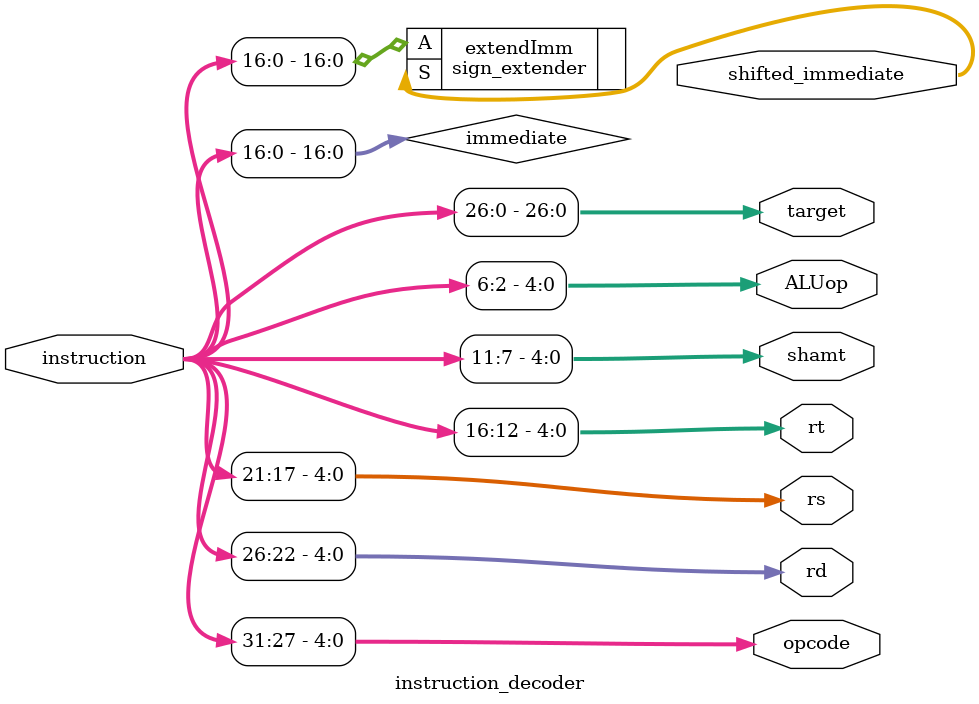
<source format=v>
module instruction_decoder(instruction, opcode, rd, rs, rt, shamt, ALUop, target, shifted_immediate);
        
    input [31:0] instruction;

    output [4:0] opcode, rd, rs, rt, shamt, ALUop;
    output [26:0] target;
    output [31:0] shifted_immediate;

    wire [16:0] immediate;

    assign opcode = instruction[31:27];
    assign rd = instruction[26:22];
    assign rs = instruction[21:17];
    assign rt = instruction[16:12];
    assign shamt = instruction[11:7];
    assign ALUop = instruction[6:2];
    assign immediate = instruction[16:0];
    assign target = instruction[26:0];
    
    sign_extender extendImm(.A(immediate), .S(shifted_immediate));

    

endmodule
</source>
